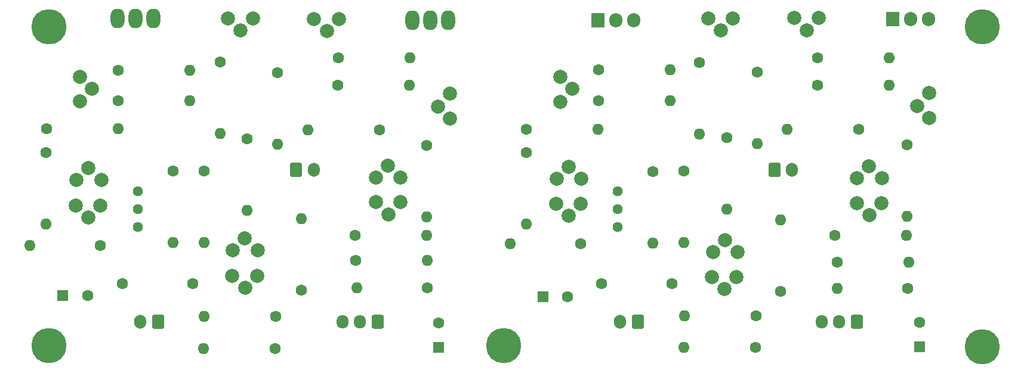
<source format=gts>
G04 #@! TF.GenerationSoftware,KiCad,Pcbnew,(6.0.5)*
G04 #@! TF.CreationDate,2022-05-30T11:18:51+02:00*
G04 #@! TF.ProjectId,Wzmacniacz_s_uchawkowy_AVT2850,577a6d61-636e-4696-9163-7a5f73427563,rev?*
G04 #@! TF.SameCoordinates,Original*
G04 #@! TF.FileFunction,Soldermask,Top*
G04 #@! TF.FilePolarity,Negative*
%FSLAX46Y46*%
G04 Gerber Fmt 4.6, Leading zero omitted, Abs format (unit mm)*
G04 Created by KiCad (PCBNEW (6.0.5)) date 2022-05-30 11:18:51*
%MOMM*%
%LPD*%
G01*
G04 APERTURE LIST*
G04 Aperture macros list*
%AMRoundRect*
0 Rectangle with rounded corners*
0 $1 Rounding radius*
0 $2 $3 $4 $5 $6 $7 $8 $9 X,Y pos of 4 corners*
0 Add a 4 corners polygon primitive as box body*
4,1,4,$2,$3,$4,$5,$6,$7,$8,$9,$2,$3,0*
0 Add four circle primitives for the rounded corners*
1,1,$1+$1,$2,$3*
1,1,$1+$1,$4,$5*
1,1,$1+$1,$6,$7*
1,1,$1+$1,$8,$9*
0 Add four rect primitives between the rounded corners*
20,1,$1+$1,$2,$3,$4,$5,0*
20,1,$1+$1,$4,$5,$6,$7,0*
20,1,$1+$1,$6,$7,$8,$9,0*
20,1,$1+$1,$8,$9,$2,$3,0*%
G04 Aperture macros list end*
%ADD10C,1.600000*%
%ADD11O,1.600000X1.600000*%
%ADD12C,2.000000*%
%ADD13C,5.000000*%
%ADD14R,1.600000X1.600000*%
%ADD15C,1.440000*%
%ADD16RoundRect,0.250000X-0.600000X-0.750000X0.600000X-0.750000X0.600000X0.750000X-0.600000X0.750000X0*%
%ADD17O,1.700000X2.000000*%
%ADD18R,1.905000X2.000000*%
%ADD19O,1.905000X2.000000*%
%ADD20RoundRect,0.250000X0.600000X0.750000X-0.600000X0.750000X-0.600000X-0.750000X0.600000X-0.750000X0*%
%ADD21O,2.000000X2.800000*%
%ADD22RoundRect,0.250000X0.600000X0.725000X-0.600000X0.725000X-0.600000X-0.725000X0.600000X-0.725000X0*%
%ADD23O,1.700000X1.950000*%
G04 APERTURE END LIST*
D10*
X178000000Y-80840000D03*
D11*
X178000000Y-91000000D03*
D12*
X131707500Y-89240000D03*
X130007500Y-90940000D03*
X128207500Y-89240000D03*
D10*
X84400000Y-80000000D03*
D11*
X84400000Y-90160000D03*
D12*
X63600000Y-89440000D03*
X61900000Y-91140000D03*
X60100000Y-89440000D03*
D13*
X120800000Y-109400000D03*
D14*
X179800000Y-109552651D03*
D10*
X179800000Y-106052651D03*
X171180000Y-78600000D03*
D11*
X161020000Y-78600000D03*
D15*
X136975000Y-92525000D03*
X136975000Y-89985000D03*
X136975000Y-87445000D03*
D10*
X165320000Y-68500000D03*
D11*
X175480000Y-68500000D03*
D12*
X85807500Y-99480000D03*
X84107500Y-101180000D03*
X82307500Y-99480000D03*
D16*
X91350000Y-84380000D03*
D17*
X93850000Y-84380000D03*
D13*
X56300000Y-109380000D03*
D18*
X175960000Y-63000000D03*
D19*
X178500000Y-63000000D03*
X181040000Y-63000000D03*
D10*
X131700000Y-94900000D03*
D11*
X121700000Y-94900000D03*
D20*
X139850000Y-105967500D03*
D17*
X137350000Y-105967500D03*
D10*
X92100000Y-101460000D03*
D11*
X92100000Y-91300000D03*
D16*
X159200000Y-84400000D03*
D17*
X161700000Y-84400000D03*
D13*
X56300000Y-64100000D03*
D10*
X156500000Y-109600000D03*
D11*
X146340000Y-109600000D03*
D10*
X134700000Y-100600000D03*
X144700000Y-100600000D03*
D14*
X111600000Y-109632651D03*
D10*
X111600000Y-106132651D03*
X99720000Y-93680000D03*
D11*
X109880000Y-93680000D03*
D10*
X88380000Y-109780000D03*
D11*
X78220000Y-109780000D03*
D12*
X97400000Y-62980000D03*
X95700000Y-64680000D03*
X93900000Y-62980000D03*
X82392500Y-95840000D03*
X84092500Y-94140000D03*
X85892500Y-95840000D03*
D10*
X63600000Y-95180000D03*
D11*
X53600000Y-95180000D03*
D12*
X102642500Y-85460000D03*
X104342500Y-83760000D03*
X106142500Y-85460000D03*
D10*
X88480000Y-105180000D03*
D11*
X78320000Y-105180000D03*
D10*
X167820000Y-93700000D03*
D11*
X177980000Y-93700000D03*
D12*
X153807500Y-99640000D03*
X152107500Y-101340000D03*
X150307500Y-99640000D03*
D10*
X156800000Y-70520000D03*
D11*
X156800000Y-80680000D03*
D12*
X165507500Y-62840000D03*
X163807500Y-64540000D03*
X162007500Y-62840000D03*
D10*
X66120000Y-70280000D03*
D11*
X76280000Y-70280000D03*
D12*
X150492500Y-96060000D03*
X152192500Y-94360000D03*
X153992500Y-96060000D03*
D10*
X134220000Y-70200000D03*
D11*
X144380000Y-70200000D03*
D10*
X97220000Y-72380000D03*
D11*
X107380000Y-72380000D03*
D12*
X153300000Y-62900000D03*
X151600000Y-64600000D03*
X149800000Y-62900000D03*
D10*
X88700000Y-70600000D03*
D11*
X88700000Y-80760000D03*
D15*
X68875000Y-92505000D03*
X68875000Y-89965000D03*
X68875000Y-87425000D03*
D14*
X58247349Y-102280000D03*
D10*
X61747349Y-102280000D03*
D13*
X188700000Y-64100000D03*
D10*
X97320000Y-68480000D03*
D11*
X107480000Y-68480000D03*
D12*
X174400000Y-89140000D03*
X172700000Y-90840000D03*
X170900000Y-89140000D03*
X60700000Y-71172500D03*
X62400000Y-72872500D03*
X60700000Y-74672500D03*
D10*
X156600000Y-105100000D03*
D11*
X146440000Y-105100000D03*
D10*
X73900000Y-84600000D03*
D11*
X73900000Y-94760000D03*
D10*
X124000000Y-81920000D03*
D11*
X124000000Y-92080000D03*
D14*
X126347349Y-102400000D03*
D10*
X129847349Y-102400000D03*
D12*
X60192500Y-85840000D03*
X61892500Y-84140000D03*
X63692500Y-85840000D03*
D10*
X103200000Y-78680000D03*
D11*
X93040000Y-78680000D03*
D18*
X134160000Y-63100000D03*
D19*
X136700000Y-63100000D03*
X139240000Y-63100000D03*
D10*
X178100000Y-101200000D03*
D11*
X168100000Y-101200000D03*
D12*
X170942500Y-85610000D03*
X172642500Y-83910000D03*
X174442500Y-85610000D03*
X113160000Y-77087500D03*
X111460000Y-75387500D03*
X113160000Y-73587500D03*
D21*
X66060000Y-62902500D03*
X68600000Y-62902500D03*
X71140000Y-62902500D03*
D10*
X146400000Y-84520000D03*
D11*
X146400000Y-94680000D03*
D12*
X106150000Y-89000000D03*
X104450000Y-90700000D03*
X102650000Y-89000000D03*
D10*
X109900000Y-80900000D03*
D11*
X109900000Y-91060000D03*
D10*
X55900000Y-81900000D03*
D11*
X55900000Y-92060000D03*
D10*
X134220000Y-74600000D03*
D11*
X144380000Y-74600000D03*
D10*
X165320000Y-72400000D03*
D11*
X175480000Y-72400000D03*
D12*
X181160000Y-77007500D03*
X179460000Y-75307500D03*
X181160000Y-73507500D03*
X128307500Y-85660000D03*
X130007500Y-83960000D03*
X131807500Y-85660000D03*
X85200000Y-62900000D03*
X83500000Y-64600000D03*
X81700000Y-62900000D03*
D10*
X99820000Y-97280000D03*
D11*
X109980000Y-97280000D03*
D21*
X107860000Y-63102500D03*
X110400000Y-63102500D03*
X112940000Y-63102500D03*
D10*
X80600000Y-69100000D03*
D11*
X80600000Y-79260000D03*
D22*
X102900000Y-105947500D03*
D23*
X100400000Y-105947500D03*
X97900000Y-105947500D03*
D10*
X168120000Y-97500000D03*
D11*
X178280000Y-97500000D03*
D10*
X160100000Y-101680000D03*
D11*
X160100000Y-91520000D03*
D10*
X110000000Y-101180000D03*
D11*
X100000000Y-101180000D03*
D10*
X124020000Y-78600000D03*
D11*
X134180000Y-78600000D03*
D10*
X152500000Y-79820000D03*
D11*
X152500000Y-89980000D03*
D12*
X128800000Y-71200000D03*
X130500000Y-72900000D03*
X128800000Y-74700000D03*
D10*
X55920000Y-78580000D03*
D11*
X66080000Y-78580000D03*
D13*
X188700000Y-109500000D03*
D10*
X148600000Y-69120000D03*
D11*
X148600000Y-79280000D03*
D10*
X142000000Y-84620000D03*
D11*
X142000000Y-94780000D03*
D22*
X170900000Y-106000000D03*
D23*
X168400000Y-106000000D03*
X165900000Y-106000000D03*
D20*
X71750000Y-105947500D03*
D17*
X69250000Y-105947500D03*
D10*
X66700000Y-100600000D03*
X76700000Y-100600000D03*
X78300000Y-84600000D03*
D11*
X78300000Y-94760000D03*
D10*
X66120000Y-74580000D03*
D11*
X76280000Y-74580000D03*
M02*

</source>
